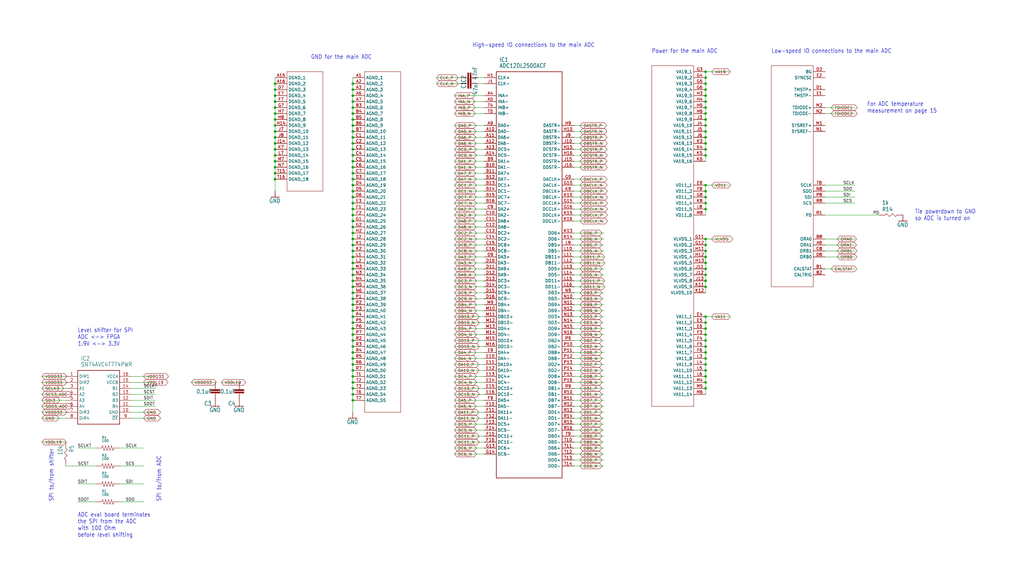
<source format=kicad_sch>
(kicad_sch (version 20231120) (generator "eeschema") (generator_version "8.0")
  (paper "User" 434.975 249.123)
  (junction (at 149.86 91.44))
  (junction (at 299.72 83.82))
  (junction (at 149.86 53.34))
  (junction (at 116.84 63.5))
  (junction (at 299.72 160.02))
  (junction (at 116.84 48.26))
  (junction (at 149.86 129.54))
  (junction (at 299.72 63.5))
  (junction (at 149.86 165.1))
  (junction (at 149.86 99.06))
  (junction (at 299.72 165.1))
  (junction (at 299.72 38.1))
  (junction (at 299.72 35.56))
  (junction (at 149.86 45.72))
  (junction (at 149.86 60.96))
  (junction (at 299.72 48.26))
  (junction (at 149.86 137.16))
  (junction (at 149.86 114.3))
  (junction (at 149.86 170.18))
  (junction (at 299.72 134.62))
  (junction (at 299.72 101.6))
  (junction (at 149.86 162.56))
  (junction (at 149.86 81.28))
  (junction (at 149.86 154.94))
  (junction (at 116.84 68.58))
  (junction (at 299.72 111.76))
  (junction (at 149.86 35.56))
  (junction (at 299.72 78.74))
  (junction (at 149.86 86.36))
  (junction (at 149.86 149.86))
  (junction (at 299.72 104.14))
  (junction (at 149.86 119.38))
  (junction (at 116.84 71.12))
  (junction (at 149.86 71.12))
  (junction (at 299.72 40.64))
  (junction (at 116.84 53.34))
  (junction (at 149.86 104.14))
  (junction (at 299.72 50.8))
  (junction (at 149.86 121.92))
  (junction (at 299.72 58.42))
  (junction (at 299.72 121.92))
  (junction (at 116.84 38.1))
  (junction (at 149.86 48.26))
  (junction (at 116.84 40.64))
  (junction (at 299.72 139.7))
  (junction (at 299.72 149.86))
  (junction (at 149.86 96.52))
  (junction (at 149.86 106.68))
  (junction (at 149.86 76.2))
  (junction (at 116.84 66.04))
  (junction (at 116.84 35.56))
  (junction (at 149.86 167.64))
  (junction (at 149.86 93.98))
  (junction (at 299.72 152.4))
  (junction (at 299.72 109.22))
  (junction (at 149.86 127))
  (junction (at 116.84 58.42))
  (junction (at 149.86 160.02))
  (junction (at 149.86 50.8))
  (junction (at 299.72 154.94))
  (junction (at 299.72 60.96))
  (junction (at 299.72 106.68))
  (junction (at 149.86 66.04))
  (junction (at 116.84 50.8))
  (junction (at 299.72 144.78))
  (junction (at 149.86 83.82))
  (junction (at 149.86 40.64))
  (junction (at 299.72 88.9))
  (junction (at 299.72 162.56))
  (junction (at 299.72 43.18))
  (junction (at 299.72 157.48))
  (junction (at 299.72 86.36))
  (junction (at 149.86 78.74))
  (junction (at 149.86 55.88))
  (junction (at 299.72 114.3))
  (junction (at 299.72 33.02))
  (junction (at 299.72 66.04))
  (junction (at 149.86 147.32))
  (junction (at 149.86 43.18))
  (junction (at 299.72 81.28))
  (junction (at 149.86 132.08))
  (junction (at 149.86 139.7))
  (junction (at 299.72 53.34))
  (junction (at 116.84 45.72))
  (junction (at 149.86 88.9))
  (junction (at 149.86 68.58))
  (junction (at 116.84 43.18))
  (junction (at 149.86 111.76))
  (junction (at 299.72 142.24))
  (junction (at 299.72 147.32))
  (junction (at 149.86 109.22))
  (junction (at 299.72 119.38))
  (junction (at 116.84 76.2))
  (junction (at 116.84 60.96))
  (junction (at 149.86 38.1))
  (junction (at 299.72 30.48))
  (junction (at 149.86 134.62))
  (junction (at 149.86 58.42))
  (junction (at 299.72 137.16))
  (junction (at 149.86 63.5))
  (junction (at 149.86 101.6))
  (junction (at 299.72 55.88))
  (junction (at 299.72 116.84))
  (junction (at 299.72 45.72))
  (junction (at 149.86 157.48))
  (junction (at 149.86 152.4))
  (junction (at 149.86 116.84))
  (junction (at 149.86 124.46))
  (junction (at 116.84 55.88))
  (junction (at 149.86 73.66))
  (junction (at 149.86 142.24))
  (junction (at 116.84 73.66))
  (junction (at 149.86 144.78))
  (wire (pts (xy 149.86 58.42) (xy 149.86 55.88)) (stroke (width 0.1524)))
  (wire (pts (xy 27.94 165.1) (xy 17.78 165.1)) (stroke (width 0.1524)))
  (wire (pts (xy 243.84 86.36) (xy 256.54 86.36)) (stroke (width 0.1524)))
  (wire (pts (xy 243.84 55.88) (xy 256.54 55.88)) (stroke (width 0.1524)))
  (wire (pts (xy 256.54 193.04) (xy 243.84 193.04)) (stroke (width 0.1524)))
  (wire (pts (xy 205.74 86.36) (xy 193.04 86.36)) (stroke (width 0.1524)))
  (wire (pts (xy 205.74 172.72) (xy 193.04 172.72)) (stroke (width 0.1524)))
  (wire (pts (xy 55.88 160.02) (xy 66.04 160.02)) (stroke (width 0.1524)))
  (wire (pts (xy 205.74 33.02) (xy 203.2 33.02)) (stroke (width 0.1524)))
  (wire (pts (xy 256.54 170.18) (xy 243.84 170.18)) (stroke (width 0.1524)))
  (wire (pts (xy 193.04 129.54) (xy 205.74 129.54)) (stroke (width 0.1524)))
  (wire (pts (xy 27.94 175.26) (xy 17.78 175.26)) (stroke (width 0.1524)))
  (wire (pts (xy 299.72 149.86) (xy 299.72 152.4)) (stroke (width 0.1524)))
  (wire (pts (xy 149.86 96.52) (xy 149.86 93.98)) (stroke (width 0.1524)))
  (wire (pts (xy 116.84 71.12) (xy 116.84 68.58)) (stroke (width 0.1524)))
  (wire (pts (xy 205.74 121.92) (xy 193.04 121.92)) (stroke (width 0.1524)))
  (wire (pts (xy 256.54 101.6) (xy 243.84 101.6)) (stroke (width 0.1524)))
  (wire (pts (xy 299.72 147.32) (xy 299.72 149.86)) (stroke (width 0.1524)))
  (wire (pts (xy 205.74 193.04) (xy 193.04 193.04)) (stroke (width 0.1524)))
  (wire (pts (xy 149.86 73.66) (xy 149.86 71.12)) (stroke (width 0.1524)))
  (wire (pts (xy 256.54 106.68) (xy 243.84 106.68)) (stroke (width 0.1524)))
  (wire (pts (xy 205.74 35.56) (xy 203.2 35.56)) (stroke (width 0.1524)))
  (wire (pts (xy 149.86 165.1) (xy 149.86 162.56)) (stroke (width 0.1524)))
  (wire (pts (xy 350.52 106.68) (xy 363.22 106.68)) (stroke (width 0.1524)))
  (wire (pts (xy 205.74 68.58) (xy 193.04 68.58)) (stroke (width 0.1524)))
  (wire (pts (xy 149.86 99.06) (xy 149.86 96.52)) (stroke (width 0.1524)))
  (wire (pts (xy 149.86 137.16) (xy 149.86 134.62)) (stroke (width 0.1524)))
  (wire (pts (xy 299.72 152.4) (xy 299.72 154.94)) (stroke (width 0.1524)))
  (wire (pts (xy 116.84 35.56) (xy 116.84 33.02)) (stroke (width 0.1524)))
  (wire (pts (xy 149.86 45.72) (xy 149.86 43.18)) (stroke (width 0.1524)))
  (wire (pts (xy 299.72 165.1) (xy 299.72 167.64)) (stroke (width 0.1524)))
  (wire (pts (xy 299.72 40.64) (xy 299.72 43.18)) (stroke (width 0.1524)))
  (wire (pts (xy 299.72 109.22) (xy 299.72 111.76)) (stroke (width 0.1524)))
  (wire (pts (xy 116.84 50.8) (xy 116.84 48.26)) (stroke (width 0.1524)))
  (wire (pts (xy 299.72 60.96) (xy 299.72 63.5)) (stroke (width 0.1524)))
  (wire (pts (xy 205.74 160.02) (xy 193.04 160.02)) (stroke (width 0.1524)))
  (wire (pts (xy 149.86 109.22) (xy 149.86 106.68)) (stroke (width 0.1524)))
  (wire (pts (xy 299.72 30.48) (xy 299.72 33.02)) (stroke (width 0.1524)))
  (wire (pts (xy 193.04 144.78) (xy 205.74 144.78)) (stroke (width 0.1524)))
  (wire (pts (xy 205.74 104.14) (xy 193.04 104.14)) (stroke (width 0.1524)))
  (wire (pts (xy 17.78 167.64) (xy 27.94 167.64)) (stroke (width 0.1524)))
  (wire (pts (xy 149.86 114.3) (xy 149.86 111.76)) (stroke (width 0.1524)))
  (wire (pts (xy 116.84 53.34) (xy 116.84 50.8)) (stroke (width 0.1524)))
  (wire (pts (xy 205.74 175.26) (xy 193.04 175.26)) (stroke (width 0.1524)))
  (wire (pts (xy 40.64 213.36) (xy 33.02 213.36)) (stroke (width 0.1524)))
  (wire (pts (xy 149.86 160.02) (xy 149.86 157.48)) (stroke (width 0.1524)))
  (wire (pts (xy 116.84 63.5) (xy 116.84 60.96)) (stroke (width 0.1524)))
  (wire (pts (xy 205.74 73.66) (xy 193.04 73.66)) (stroke (width 0.1524)))
  (wire (pts (xy 149.86 104.14) (xy 149.86 101.6)) (stroke (width 0.1524)))
  (wire (pts (xy 256.54 198.12) (xy 243.84 198.12)) (stroke (width 0.1524)))
  (wire (pts (xy 299.72 53.34) (xy 299.72 55.88)) (stroke (width 0.1524)))
  (wire (pts (xy 299.72 154.94) (xy 299.72 157.48)) (stroke (width 0.1524)))
  (wire (pts (xy 40.64 190.5) (xy 33.02 190.5)) (stroke (width 0.1524)))
  (wire (pts (xy 205.74 106.68) (xy 193.04 106.68)) (stroke (width 0.1524)))
  (wire (pts (xy 205.74 76.2) (xy 193.04 76.2)) (stroke (width 0.1524)))
  (wire (pts (xy 205.74 154.94) (xy 193.04 154.94)) (stroke (width 0.1524)))
  (wire (pts (xy 205.74 43.18) (xy 193.04 43.18)) (stroke (width 0.1524)))
  (wire (pts (xy 205.74 185.42) (xy 193.04 185.42)) (stroke (width 0.1524)))
  (wire (pts (xy 193.04 147.32) (xy 205.74 147.32)) (stroke (width 0.1524)))
  (wire (pts (xy 193.04 134.62) (xy 205.74 134.62)) (stroke (width 0.1524)))
  (wire (pts (xy 350.52 114.3) (xy 363.22 114.3)) (stroke (width 0.1524)))
  (wire (pts (xy 299.72 137.16) (xy 299.72 139.7)) (stroke (width 0.1524)))
  (wire (pts (xy 205.74 96.52) (xy 193.04 96.52)) (stroke (width 0.1524)))
  (wire (pts (xy 299.72 55.88) (xy 299.72 58.42)) (stroke (width 0.1524)))
  (wire (pts (xy 256.54 165.1) (xy 243.84 165.1)) (stroke (width 0.1524)))
  (wire (pts (xy 149.86 116.84) (xy 149.86 114.3)) (stroke (width 0.1524)))
  (wire (pts (xy 116.84 66.04) (xy 116.84 63.5)) (stroke (width 0.1524)))
  (wire (pts (xy 116.84 40.64) (xy 116.84 38.1)) (stroke (width 0.1524)))
  (wire (pts (xy 299.72 119.38) (xy 299.72 121.92)) (stroke (width 0.1524)))
  (wire (pts (xy 149.86 91.44) (xy 149.86 88.9)) (stroke (width 0.1524)))
  (wire (pts (xy 205.74 114.3) (xy 193.04 114.3)) (stroke (width 0.1524)))
  (wire (pts (xy 299.72 106.68) (xy 299.72 109.22)) (stroke (width 0.1524)))
  (wire (pts (xy 149.86 170.18) (xy 149.86 167.64)) (stroke (width 0.1524)))
  (wire (pts (xy 299.72 157.48) (xy 299.72 160.02)) (stroke (width 0.1524)))
  (wire (pts (xy 149.86 132.08) (xy 149.86 129.54)) (stroke (width 0.1524)))
  (wire (pts (xy 149.86 167.64) (xy 149.86 165.1)) (stroke (width 0.1524)))
  (wire (pts (xy 205.74 177.8) (xy 193.04 177.8)) (stroke (width 0.1524)))
  (wire (pts (xy 256.54 127) (xy 243.84 127)) (stroke (width 0.1524)))
  (wire (pts (xy 205.74 58.42) (xy 193.04 58.42)) (stroke (width 0.1524)))
  (wire (pts (xy 256.54 129.54) (xy 243.84 129.54)) (stroke (width 0.1524)))
  (wire (pts (xy 243.84 66.04) (xy 256.54 66.04)) (stroke (width 0.1524)))
  (wire (pts (xy 299.72 104.14) (xy 299.72 106.68)) (stroke (width 0.1524)))
  (wire (pts (xy 205.74 99.06) (xy 193.04 99.06)) (stroke (width 0.1524)))
  (wire (pts (xy 350.52 86.36) (xy 363.22 86.36)) (stroke (width 0.1524)))
  (wire (pts (xy 205.74 149.86) (xy 193.04 149.86)) (stroke (width 0.1524)))
  (wire (pts (xy 299.72 83.82) (xy 299.72 86.36)) (stroke (width 0.1524)))
  (wire (pts (xy 50.8 198.12) (xy 60.96 198.12)) (stroke (width 0.1524)))
  (wire (pts (xy 205.74 111.76) (xy 193.04 111.76)) (stroke (width 0.1524)))
  (wire (pts (xy 256.54 83.82) (xy 243.84 83.82)) (stroke (width 0.1524)))
  (wire (pts (xy 256.54 162.56) (xy 243.84 162.56)) (stroke (width 0.1524)))
  (wire (pts (xy 243.84 88.9) (xy 256.54 88.9)) (stroke (width 0.1524)))
  (wire (pts (xy 256.54 114.3) (xy 243.84 114.3)) (stroke (width 0.1524)))
  (wire (pts (xy 149.86 127) (xy 149.86 124.46)) (stroke (width 0.1524)))
  (wire (pts (xy 205.74 109.22) (xy 193.04 109.22)) (stroke (width 0.1524)))
  (wire (pts (xy 116.84 73.66) (xy 116.84 71.12)) (stroke (width 0.1524)))
  (wire (pts (xy 149.86 142.24) (xy 149.86 139.7)) (stroke (width 0.1524)))
  (wire (pts (xy 205.74 101.6) (xy 193.04 101.6)) (stroke (width 0.1524)))
  (wire (pts (xy 299.72 81.28) (xy 299.72 83.82)) (stroke (width 0.1524)))
  (wire (pts (xy 309.88 134.62) (xy 299.72 134.62)) (stroke (width 0.1524)))
  (wire (pts (xy 149.86 38.1) (xy 149.86 35.56)) (stroke (width 0.1524)))
  (wire (pts (xy 256.54 182.88) (xy 243.84 182.88)) (stroke (width 0.1524)))
  (wire (pts (xy 205.74 40.64) (xy 193.04 40.64)) (stroke (width 0.1524)))
  (wire (pts (xy 55.88 170.18) (xy 66.04 170.18)) (stroke (width 0.1524)))
  (wire (pts (xy 149.86 68.58) (xy 149.86 66.04)) (stroke (width 0.1524)))
  (wire (pts (xy 256.54 157.48) (xy 243.84 157.48)) (stroke (width 0.1524)))
  (wire (pts (xy 256.54 124.46) (xy 243.84 124.46)) (stroke (width 0.1524)))
  (wire (pts (xy 350.52 48.26) (xy 363.22 48.26)) (stroke (width 0.1524)))
  (wire (pts (xy 193.04 142.24) (xy 205.74 142.24)) (stroke (width 0.1524)))
  (wire (pts (xy 149.86 124.46) (xy 149.86 121.92)) (stroke (width 0.1524)))
  (wire (pts (xy 256.54 142.24) (xy 243.84 142.24)) (stroke (width 0.1524)))
  (wire (pts (xy 149.86 154.94) (xy 149.86 152.4)) (stroke (width 0.1524)))
  (wire (pts (xy 350.52 81.28) (xy 363.22 81.28)) (stroke (width 0.1524)))
  (wire (pts (xy 299.72 144.78) (xy 299.72 147.32)) (stroke (width 0.1524)))
  (wire (pts (xy 299.72 111.76) (xy 299.72 114.3)) (stroke (width 0.1524)))
  (wire (pts (xy 205.74 162.56) (xy 193.04 162.56)) (stroke (width 0.1524)))
  (wire (pts (xy 256.54 190.5) (xy 243.84 190.5)) (stroke (width 0.1524)))
  (wire (pts (xy 149.86 175.26) (xy 149.86 170.18)) (stroke (width 0.1524)))
  (wire (pts (xy 149.86 81.28) (xy 149.86 78.74)) (stroke (width 0.1524)))
  (wire (pts (xy 55.88 172.72) (xy 66.04 172.72)) (stroke (width 0.1524)))
  (wire (pts (xy 256.54 160.02) (xy 243.84 160.02)) (stroke (width 0.1524)))
  (wire (pts (xy 205.74 78.74) (xy 193.04 78.74)) (stroke (width 0.1524)))
  (wire (pts (xy 350.52 101.6) (xy 363.22 101.6)) (stroke (width 0.1524)))
  (wire (pts (xy 243.84 53.34) (xy 256.54 53.34)) (stroke (width 0.1524)))
  (wire (pts (xy 299.72 160.02) (xy 299.72 162.56)) (stroke (width 0.1524)))
  (wire (pts (xy 256.54 134.62) (xy 243.84 134.62)) (stroke (width 0.1524)))
  (wire (pts (xy 149.86 48.26) (xy 149.86 45.72)) (stroke (width 0.1524)))
  (wire (pts (xy 299.72 114.3) (xy 299.72 116.84)) (stroke (width 0.1524)))
  (wire (pts (xy 55.88 177.8) (xy 66.04 177.8)) (stroke (width 0.1524)))
  (wire (pts (xy 299.72 38.1) (xy 299.72 40.64)) (stroke (width 0.1524)))
  (wire (pts (xy 205.74 53.34) (xy 193.04 53.34)) (stroke (width 0.1524)))
  (wire (pts (xy 149.86 157.48) (xy 149.86 154.94)) (stroke (width 0.1524)))
  (wire (pts (xy 205.74 45.72) (xy 193.04 45.72)) (stroke (width 0.1524)))
  (wire (pts (xy 149.86 93.98) (xy 149.86 91.44)) (stroke (width 0.1524)))
  (wire (pts (xy 205.74 71.12) (xy 193.04 71.12)) (stroke (width 0.1524)))
  (wire (pts (xy 299.72 134.62) (xy 299.72 137.16)) (stroke (width 0.1524)))
  (wire (pts (xy 149.86 119.38) (xy 149.86 116.84)) (stroke (width 0.1524)))
  (wire (pts (xy 205.74 157.48) (xy 193.04 157.48)) (stroke (width 0.1524)))
  (wire (pts (xy 149.86 71.12) (xy 149.86 68.58)) (stroke (width 0.1524)))
  (wire (pts (xy 350.52 83.82) (xy 363.22 83.82)) (stroke (width 0.1524)))
  (wire (pts (xy 149.86 60.96) (xy 149.86 58.42)) (stroke (width 0.1524)))
  (wire (pts (xy 299.72 86.36) (xy 299.72 88.9)) (stroke (width 0.1524)))
  (wire (pts (xy 205.74 190.5) (xy 193.04 190.5)) (stroke (width 0.1524)))
  (wire (pts (xy 256.54 149.86) (xy 243.84 149.86)) (stroke (width 0.1524)))
  (wire (pts (xy 243.84 78.74) (xy 256.54 78.74)) (stroke (width 0.1524)))
  (wire (pts (xy 256.54 137.16) (xy 243.84 137.16)) (stroke (width 0.1524)))
  (wire (pts (xy 149.86 35.56) (xy 149.86 33.02)) (stroke (width 0.1524)))
  (wire (pts (xy 55.88 167.64) (xy 66.04 167.64)) (stroke (width 0.1524)))
  (wire (pts (xy 205.74 165.1) (xy 193.04 165.1)) (stroke (width 0.1524)))
  (wire (pts (xy 256.54 60.96) (xy 243.84 60.96)) (stroke (width 0.1524)))
  (wire (pts (xy 256.54 132.08) (xy 243.84 132.08)) (stroke (width 0.1524)))
  (wire (pts (xy 149.86 152.4) (xy 149.86 149.86)) (stroke (width 0.1524)))
  (wire (pts (xy 256.54 175.26) (xy 243.84 175.26)) (stroke (width 0.1524)))
  (wire (pts (xy 55.88 175.26) (xy 66.04 175.26)) (stroke (width 0.1524)))
  (wire (pts (xy 91.44 162.56) (xy 81.28 162.56)) (stroke (width 0.1524)))
  (wire (pts (xy 205.74 127) (xy 193.04 127)) (stroke (width 0.1524)))
  (wire (pts (xy 205.74 60.96) (xy 193.04 60.96)) (stroke (width 0.1524)))
  (wire (pts (xy 256.54 121.92) (xy 243.84 121.92)) (stroke (width 0.1524)))
  (wire (pts (xy 299.72 88.9) (xy 299.72 91.44)) (stroke (width 0.1524)))
  (wire (pts (xy 299.72 78.74) (xy 299.72 81.28)) (stroke (width 0.1524)))
  (wire (pts (xy 116.84 81.28) (xy 116.84 76.2)) (stroke (width 0.1524)))
  (wire (pts (xy 256.54 154.94) (xy 243.84 154.94)) (stroke (width 0.1524)))
  (wire (pts (xy 205.74 55.88) (xy 193.04 55.88)) (stroke (width 0.1524)))
  (wire (pts (xy 205.74 119.38) (xy 193.04 119.38)) (stroke (width 0.1524)))
  (wire (pts (xy 149.86 43.18) (xy 149.86 40.64)) (stroke (width 0.1524)))
  (wire (pts (xy 256.54 187.96) (xy 243.84 187.96)) (stroke (width 0.1524)))
  (wire (pts (xy 350.52 109.22) (xy 363.22 109.22)) (stroke (width 0.1524)))
  (wire (pts (xy 149.86 134.62) (xy 149.86 132.08)) (stroke (width 0.1524)))
  (wire (pts (xy 256.54 71.12) (xy 243.84 71.12)) (stroke (width 0.1524)))
  (wire (pts (xy 205.74 63.5) (xy 193.04 63.5)) (stroke (width 0.1524)))
  (wire (pts (xy 299.72 121.92) (xy 299.72 124.46)) (stroke (width 0.1524)))
  (wire (pts (xy 149.86 86.36) (xy 149.86 83.82)) (stroke (width 0.1524)))
  (wire (pts (xy 299.72 66.04) (xy 299.72 68.58)) (stroke (width 0.1524)))
  (wire (pts (xy 350.52 78.74) (xy 363.22 78.74)) (stroke (width 0.1524)))
  (wire (pts (xy 256.54 116.84) (xy 243.84 116.84)) (stroke (width 0.1524)))
  (wire (pts (xy 256.54 104.14) (xy 243.84 104.14)) (stroke (width 0.1524)))
  (wire (pts (xy 149.86 55.88) (xy 149.86 53.34)) (stroke (width 0.1524)))
  (wire (pts (xy 256.54 91.44) (xy 243.84 91.44)) (stroke (width 0.1524)))
  (wire (pts (xy 256.54 144.78) (xy 243.84 144.78)) (stroke (width 0.1524)))
  (wire (pts (xy 243.84 76.2) (xy 256.54 76.2)) (stroke (width 0.1524)))
  (wire (pts (xy 205.74 152.4) (xy 193.04 152.4)) (stroke (width 0.1524)))
  (wire (pts (xy 55.88 162.56) (xy 66.04 162.56)) (stroke (width 0.1524)))
  (wire (pts (xy 309.88 78.74) (xy 299.72 78.74)) (stroke (width 0.1524)))
  (wire (pts (xy 116.84 45.72) (xy 116.84 43.18)) (stroke (width 0.1524)))
  (wire (pts (xy 149.86 66.04) (xy 149.86 63.5)) (stroke (width 0.1524)))
  (wire (pts (xy 350.52 45.72) (xy 363.22 45.72)) (stroke (width 0.1524)))
  (wire (pts (xy 27.94 177.8) (xy 17.78 177.8)) (stroke (width 0.1524)))
  (wire (pts (xy 116.84 43.18) (xy 116.84 40.64)) (stroke (width 0.1524)))
  (wire (pts (xy 299.72 116.84) (xy 299.72 119.38)) (stroke (width 0.1524)))
  (wire (pts (xy 149.86 121.92) (xy 149.86 119.38)) (stroke (width 0.1524)))
  (wire (pts (xy 55.88 165.1) (xy 66.04 165.1)) (stroke (width 0.1524)))
  (wire (pts (xy 256.54 185.42) (xy 243.84 185.42)) (stroke (width 0.1524)))
  (wire (pts (xy 205.74 187.96) (xy 193.04 187.96)) (stroke (width 0.1524)))
  (wire (pts (xy 40.64 205.74) (xy 33.02 205.74)) (stroke (width 0.1524)))
  (wire (pts (xy 205.74 66.04) (xy 193.04 66.04)) (stroke (width 0.1524)))
  (wire (pts (xy 256.54 172.72) (xy 243.84 172.72)) (stroke (width 0.1524)))
  (wire (pts (xy 116.84 48.26) (xy 116.84 45.72)) (stroke (width 0.1524)))
  (wire (pts (xy 299.72 58.42) (xy 299.72 60.96)) (stroke (width 0.1524)))
  (wire (pts (xy 299.72 33.02) (xy 299.72 35.56)) (stroke (width 0.1524)))
  (wire (pts (xy 149.86 88.9) (xy 149.86 86.36)) (stroke (width 0.1524)))
  (wire (pts (xy 27.94 187.96) (xy 17.78 187.96)) (stroke (width 0.1524)))
  (wire (pts (xy 256.54 111.76) (xy 243.84 111.76)) (stroke (width 0.1524)))
  (wire (pts (xy 116.84 76.2) (xy 116.84 73.66)) (stroke (width 0.1524)))
  (wire (pts (xy 149.86 129.54) (xy 149.86 127)) (stroke (width 0.1524)))
  (wire (pts (xy 149.86 149.86) (xy 149.86 147.32)) (stroke (width 0.1524)))
  (wire (pts (xy 299.72 50.8) (xy 299.72 53.34)) (stroke (width 0.1524)))
  (wire (pts (xy 256.54 109.22) (xy 243.84 109.22)) (stroke (width 0.1524)))
  (wire (pts (xy 27.94 162.56) (xy 17.78 162.56)) (stroke (width 0.1524)))
  (wire (pts (xy 299.72 48.26) (xy 299.72 50.8)) (stroke (width 0.1524)))
  (wire (pts (xy 195.58 35.56) (xy 185.42 35.56)) (stroke (width 0.1524)))
  (wire (pts (xy 299.72 35.56) (xy 299.72 38.1)) (stroke (width 0.1524)))
  (wire (pts (xy 205.74 182.88) (xy 193.04 182.88)) (stroke (width 0.1524)))
  (wire (pts (xy 149.86 162.56) (xy 149.86 160.02)) (stroke (width 0.1524)))
  (wire (pts (xy 205.74 116.84) (xy 193.04 116.84)) (stroke (width 0.1524)))
  (wire (pts (xy 116.84 55.88) (xy 116.84 53.34)) (stroke (width 0.1524)))
  (wire (pts (xy 149.86 83.82) (xy 149.86 81.28)) (stroke (width 0.1524)))
  (wire (pts (xy 50.8 190.5) (xy 60.96 190.5)) (stroke (width 0.1524)))
  (wire (pts (xy 116.84 38.1) (xy 116.84 35.56)) (stroke (width 0.1524)))
  (wire (pts (xy 350.52 104.14) (xy 363.22 104.14)) (stroke (width 0.1524)))
  (wire (pts (xy 27.94 160.02) (xy 17.78 160.02)) (stroke (width 0.1524)))
  (wire (pts (xy 193.04 137.16) (xy 205.74 137.16)) (stroke (width 0.1524)))
  (wire (pts (xy 256.54 58.42) (xy 243.84 58.42)) (stroke (width 0.1524)))
  (wire (pts (xy 256.54 152.4) (xy 243.84 152.4)) (stroke (width 0.1524)))
  (wire (pts (xy 205.74 48.26) (xy 193.04 48.26)) (stroke (width 0.1524)))
  (wire (pts (xy 50.8 205.74) (xy 60.96 205.74)) (stroke (width 0.1524)))
  (wire (pts (xy 205.74 81.28) (xy 193.04 81.28)) (stroke (width 0.1524)))
  (wire (pts (xy 50.8 213.36) (xy 60.96 213.36)) (stroke (width 0.1524)))
  (wire (pts (xy 40.64 198.12) (xy 27.94 198.12)) (stroke (width 0.1524)))
  (wire (pts (xy 205.74 91.44) (xy 193.04 91.44)) (stroke (width 0.1524)))
  (wire (pts (xy 299.72 142.24) (xy 299.72 144.78)) (stroke (width 0.1524)))
  (wire (pts (xy 193.04 132.08) (xy 205.74 132.08)) (stroke (width 0.1524)))
  (wire (pts (xy 256.54 195.58) (xy 243.84 195.58)) (stroke (width 0.1524)))
  (wire (pts (xy 149.86 144.78) (xy 149.86 142.24)) (stroke (width 0.1524)))
  (wire (pts (xy 243.84 63.5) (xy 256.54 63.5)) (stroke (width 0.1524)))
  (wire (pts (xy 149.86 78.74) (xy 149.86 76.2)) (stroke (width 0.1524)))
  (wire (pts (xy 256.54 167.64) (xy 243.84 167.64)) (stroke (width 0.1524)))
  (wire (pts (xy 299.72 101.6) (xy 309.88 101.6)) (stroke (width 0.1524)))
  (wire (pts (xy 27.94 170.18) (xy 17.78 170.18)) (stroke (width 0.1524)))
  (wire (pts (xy 116.84 60.96) (xy 116.84 58.42)) (stroke (width 0.1524)))
  (wire (pts (xy 149.86 63.5) (xy 149.86 60.96)) (stroke (width 0.1524)))
  (wire (pts (xy 205.74 170.18) (xy 193.04 170.18)) (stroke (width 0.1524)))
  (wire (pts (xy 299.72 45.72) (xy 299.72 48.26)) (stroke (width 0.1524)))
  (wire (pts (xy 256.54 177.8) (xy 243.84 177.8)) (stroke (width 0.1524)))
  (wire (pts (xy 205.74 180.34) (xy 193.04 180.34)) (stroke (width 0.1524)))
  (wire (pts (xy 205.74 167.64) (xy 193.04 167.64)) (stroke (width 0.1524)))
  (wire (pts (xy 149.86 101.6) (xy 149.86 99.06)) (stroke (width 0.1524)))
  (wire (pts (xy 256.54 147.32) (xy 243.84 147.32)) (stroke (width 0.1524)))
  (wire (pts (xy 149.86 76.2) (xy 149.86 73.66)) (stroke (width 0.1524)))
  (wire (pts (xy 299.72 139.7) (xy 299.72 142.24)) (stroke (width 0.1524)))
  (wire (pts (xy 309.88 30.48) (xy 299.72 30.48)) (stroke (width 0.1524)))
  (wire (pts (xy 299.72 43.18) (xy 299.72 45.72)) (stroke (width 0.1524)))
  (wire (pts (xy 149.86 53.34) (xy 149.86 50.8)) (stroke (width 0.1524)))
  (wire (pts (xy 205.74 93.98) (xy 193.04 93.98)) (stroke (width 0.1524)))
  (wire (pts (xy 195.58 33.02) (xy 185.42 33.02)) (stroke (width 0.1524)))
  (wire (pts (xy 256.54 93.98) (xy 243.84 93.98)) (stroke (width 0.1524)))
  (wire (pts (xy 205.74 83.82) (xy 193.04 83.82)) (stroke (width 0.1524)))
  (wire (pts (xy 256.54 68.58) (xy 243.84 68.58)) (stroke (width 0.1524)))
  (wire (pts (xy 101.6 162.56) (xy 93.98 162.56)) (stroke (width 0.1524)))
  (wire (pts (xy 149.86 40.64) (xy 149.86 38.1)) (stroke (width 0.1524)))
  (wire (pts (xy 205.74 88.9) (xy 193.04 88.9)) (stroke (width 0.1524)))
  (wire (pts (xy 299.72 63.5) (xy 299.72 66.04)) (stroke (width 0.1524)))
  (wire (pts (xy 256.54 180.34) (xy 243.84 180.34)) (stroke (width 0.1524)))
  (wire (pts (xy 149.86 50.8) (xy 149.86 48.26)) (stroke (width 0.1524)))
  (wire (pts (xy 256.54 119.38) (xy 243.84 119.38)) (stroke (width 0.1524)))
  (wire (pts (xy 256.54 99.06) (xy 243.84 99.06)) (stroke (width 0.1524)))
  (wire (pts (xy 205.74 124.46) (xy 193.04 124.46)) (stroke (width 0.1524)))
  (wire (pts (xy 149.86 139.7) (xy 149.86 137.16)) (stroke (width 0.1524)))
  (wire (pts (xy 149.86 111.76) (xy 149.86 109.22)) (stroke (width 0.1524)))
  (wire (pts (xy 256.54 139.7) (xy 243.84 139.7)) (stroke (width 0.1524)))
  (wire (pts (xy 350.52 91.44) (xy 373.38 91.44)) (stroke (width 0.1524)))
  (wire (pts (xy 116.84 58.42) (xy 116.84 55.88)) (stroke (width 0.1524)))
  (wire (pts (xy 256.54 81.28) (xy 243.84 81.28)) (stroke (width 0.1524)))
  (wire (pts (xy 116.84 68.58) (xy 116.84 66.04)) (stroke (width 0.1524)))
  (wire (pts (xy 299.72 162.56) (xy 299.72 165.1)) (stroke (width 0.1524)))
  (wire (pts (xy 149.86 106.68) (xy 149.86 104.14)) (stroke (width 0.1524)))
  (wire (pts (xy 149.86 147.32) (xy 149.86 144.78)) (stroke (width 0.1524)))
  (wire (pts (xy 193.04 139.7) (xy 205.74 139.7)) (stroke (width 0.1524)))
  (wire (pts (xy 17.78 172.72) (xy 27.94 172.72)) (stroke (width 0.1524)))
  (wire (pts (xy 299.72 101.6) (xy 299.72 104.14)) (stroke (width 0.1524)))
  (text "Tie powerdown to GND\nso ADC is turned on" (at 388.62 93.98 0) (effects (font (size 1.778 1.5113)) (justify left bottom)))
  (text "ADC eval board terminates\nthe SPI from the ADC\nwith 100 Ohm\nbefore level shifting" (at 33.02 228.6 0) (effects (font (size 1.778 1.5113)) (justify left bottom)))
  (text "High-speed IO connections to the main ADC" (at 200.66 20.32 0) (effects (font (size 1.778 1.5113)) (justify left bottom)))
  (text "For ADC temperature\nmeasurement on page 15" (at 368.3 48.26 0) (effects (font (size 1.778 1.5113)) (justify left bottom)))
  (text "SPI to/from shifter" (at 22.86 213.36 90) (effects (font (size 1.778 1.5113)) (justify left bottom)))
  (text "Level shifter for SPI\nADC <-> FPGA\n1.9V <-> 3.3V" (at 33.02 147.32 0) (effects (font (size 1.778 1.5113)) (justify left bottom)))
  (text "GND for the main ADC" (at 132.08 25.4 0) (effects (font (size 1.778 1.5113)) (justify left bottom)))
  (text "SPI to/from ADC" (at 68.58 213.36 90) (effects (font (size 1.778 1.5113)) (justify left bottom)))
  (text "Power for the main ADC" (at 276.86 22.86 0) (effects (font (size 1.778 1.5113)) (justify left bottom)))
  (text "Low-speed IO connections to the main ADC" (at 327.66 22.86 0) (effects (font (size 1.778 1.5113)) (justify left bottom)))
  (label "SCLKT" (at 33.02 190.5 0) (effects (font (size 1.2446 1.2446))))
  (label "SCLK" (at 53.34 190.5 0) (effects (font (size 1.2446 1.2446))))
  (label "SDIT" (at 33.02 205.74 0) (effects (font (size 1.2446 1.2446))))
  (label "SCST" (at 33.02 198.12 0) (effects (font (size 1.2446 1.2446))))
  (label "PD" (at 370.84 91.44 0) (effects (font (size 1.2446 1.2446))))
  (label "SDOT" (at 60.96 172.72 0) (effects (font (size 1.2446 1.2446))))
  (label "SCS" (at 53.34 198.12 0) (effects (font (size 1.2446 1.2446))))
  (label "SCLKT" (at 60.96 165.1 0) (effects (font (size 1.2446 1.2446))))
  (label "SCST" (at 60.96 167.64 0) (effects (font (size 1.2446 1.2446))))
  (label "SDO" (at 53.34 213.36 0) (effects (font (size 1.2446 1.2446))))
  (label "SCLK" (at 358.14 78.74 0) (effects (font (size 1.2446 1.2446))))
  (label "SDI" (at 358.14 83.82 0) (effects (font (size 1.2446 1.2446))))
  (label "SDO" (at 358.14 81.28 0) (effects (font (size 1.2446 1.2446))))
  (label "SCS" (at 358.14 86.36 0) (effects (font (size 1.2446 1.2446))))
  (label "SDI" (at 53.34 205.74 0) (effects (font (size 1.2446 1.2446))))
  (label "SDIT" (at 60.96 170.18 0) (effects (font (size 1.2446 1.2446))))
  (label "SDOT" (at 33.02 213.36 0) (effects (font (size 1.2446 1.2446))))
  (global_label "DA2_P" (shape bidirectional) (at 193.04 88.9 0) (effects (font (size 1.2446 1.2446))) (property "Intersheetrefs" "${INTERSHEET_REFS}" (effects (hide yes))))
  (global_label "VDDD33" (shape bidirectional) (at 17.78 160.02 0) (effects (font (size 1.2446 1.2446))) (property "Intersheetrefs" "${INTERSHEET_REFS}" (effects (hide yes))))
  (global_label "DA10_P" (shape bidirectional) (at 193.04 154.94 0) (effects (font (size 1.2446 1.2446))) (property "Intersheetrefs" "${INTERSHEET_REFS}" (effects (hide yes))))
  (global_label "DACLK_N" (shape bidirectional) (at 246.38 78.74 0) (effects (font (size 1.2446 1.2446))) (property "Intersheetrefs" "${INTERSHEET_REFS}" (effects (hide yes))))
  (global_label "DB5_N" (shape bidirectional) (at 246.38 106.68 0) (effects (font (size 1.2446 1.2446))) (property "Intersheetrefs" "${INTERSHEET_REFS}" (effects (hide yes))))
  (global_label "DB0_N" (shape bidirectional) (at 246.38 187.96 0) (effects (font (size 1.2446 1.2446))) (property "Intersheetrefs" "${INTERSHEET_REFS}" (effects (hide yes))))
  (global_label "DACLK_P" (shape bidirectional) (at 246.38 76.2 0) (effects (font (size 1.2446 1.2446))) (property "Intersheetrefs" "${INTERSHEET_REFS}" (effects (hide yes))))
  (global_label "INA_P" (shape bidirectional) (at 193.04 40.64 0) (effects (font (size 1.2446 1.2446))) (property "Intersheetrefs" "${INTERSHEET_REFS}" (effects (hide yes))))
  (global_label "VDDL19" (shape bidirectional) (at 17.78 187.96 0) (effects (font (size 1.2446 1.2446))) (property "Intersheetrefs" "${INTERSHEET_REFS}" (effects (hide yes))))
  (global_label "VDDD33" (shape bidirectional) (at 17.78 175.26 0) (effects (font (size 1.2446 1.2446))) (property "Intersheetrefs" "${INTERSHEET_REFS}" (effects (hide yes))))
  (global_label "DC0_P" (shape bidirectional) (at 193.04 63.5 0) (effects (font (size 1.2446 1.2446))) (property "Intersheetrefs" "${INTERSHEET_REFS}" (effects (hide yes))))
  (global_label "DASTR_P" (shape bidirectional) (at 246.38 53.34 0) (effects (font (size 1.2446 1.2446))) (property "Intersheetrefs" "${INTERSHEET_REFS}" (effects (hide yes))))
  (global_label "DB11_N" (shape bidirectional) (at 246.38 111.76 0) (effects (font (size 1.2446 1.2446))) (property "Intersheetrefs" "${INTERSHEET_REFS}" (effects (hide yes))))
  (global_label "VA19" (shape bidirectional) (at 302.26 30.48 0) (effects (font (size 1.2446 1.2446))) (property "Intersheetrefs" "${INTERSHEET_REFS}" (effects (hide yes))))
  (global_label "DA6_N" (shape bidirectional) (at 193.04 60.96 0) (effects (font (size 1.2446 1.2446))) (property "Intersheetrefs" "${INTERSHEET_REFS}" (effects (hide yes))))
  (global_label "DC3_N" (shape bidirectional) (at 193.04 121.92 0) (effects (font (size 1.2446 1.2446))) (property "Intersheetrefs" "${INTERSHEET_REFS}" (effects (hide yes))))
  (global_label "ORB1" (shape bidirectional) (at 355.6 106.68 0) (effects (font (size 1.2446 1.2446))) (property "Intersheetrefs" "${INTERSHEET_REFS}" (effects (hide yes))))
  (global_label "DD10_P" (shape bidirectional) (at 193.04 144.78 0) (effects (font (size 1.2446 1.2446))) (property "Intersheetrefs" "${INTERSHEET_REFS}" (effects (hide yes))))
  (global_label "DB3_P" (shape bidirectional) (at 246.38 124.46 0) (effects (font (size 1.2446 1.2446))) (property "Intersheetrefs" "${INTERSHEET_REFS}" (effects (hide yes))))
  (global_label "DD7_N" (shape bidirectional) (at 246.38 182.88 0) (effects (font (size 1.2446 1.2446))) (property "Intersheetrefs" "${INTERSHEET_REFS}" (effects (hide yes))))
  (global_label "DD0_P" (shape bidirectional) (at 246.38 195.58 0) (effects (font (size 1.2446 1.2446))) (property "Intersheetrefs" "${INTERSHEET_REFS}" (effects (hide yes))))
  (global_label "DB1_P" (shape bidirectional) (at 246.38 165.1 0) (effects (font (size 1.2446 1.2446))) (property "Intersheetrefs" "${INTERSHEET_REFS}" (effects (hide yes))))
  (global_label "DB7_P" (shape bidirectional) (at 246.38 170.18 0) (effects (font (size 1.2446 1.2446))) (property "Intersheetrefs" "${INTERSHEET_REFS}" (effects (hide yes))))
  (global_label "DD9_P" (shape bidirectional) (at 246.38 139.7 0) (effects (font (size 1.2446 1.2446))) (property "Intersheetrefs" "${INTERSHEET_REFS}" (effects (hide yes))))
  (global_label "CALSTAT" (shape bidirectional) (at 353.06 114.3 0) (effects (font (size 1.2446 1.2446))) (property "Intersheetrefs" "${INTERSHEET_REFS}" (effects (hide yes))))
  (global_label "ORB0" (shape bidirectional) (at 355.6 109.22 0) (effects (font (size 1.2446 1.2446))) (property "Intersheetrefs" "${INTERSHEET_REFS}" (effects (hide yes))))
  (global_label "DB8_P" (shape bidirectional) (at 246.38 149.86 0) (effects (font (size 1.2446 1.2446))) (property "Intersheetrefs" "${INTERSHEET_REFS}" (effects (hide yes))))
  (global_label "DA1_N" (shape bidirectional) (at 193.04 71.12 0) (effects (font (size 1.2446 1.2446))) (property "Intersheetrefs" "${INTERSHEET_REFS}" (effects (hide yes))))
  (global_label "INA_N" (shape bidirectional) (at 193.04 43.18 0) (effects (font (size 1.2446 1.2446))) (property "Intersheetrefs" "${INTERSHEET_REFS}" (effects (hide yes))))
  (global_label "DB1_N" (shape bidirectional) (at 246.38 167.64 0) (effects (font (size 1.2446 1.2446))) (property "Intersheetrefs" "${INTERSHEET_REFS}" (effects (hide yes))))
  (global_label "DD6_N" (shape bidirectional) (at 246.38 101.6 0) (effects (font (size 1.2446 1.2446))) (property "Intersheetrefs" "${INTERSHEET_REFS}" (effects (hide yes))))
  (global_label "DA3_P" (shape bidirectional) (at 193.04 109.22 0) (effects (font (size 1.2446 1.2446))) (property "Intersheetrefs" "${INTERSHEET_REFS}" (effects (hide yes))))
  (global_label "DC7_N" (shape bidirectional) (at 193.04 86.36 0) (effects (font (size 1.2446 1.2446))) (property "Intersheetrefs" "${INTERSHEET_REFS}" (effects (hide yes))))
  (global_label "DC1_P" (shape bidirectional) (at 193.04 78.74 0) (effects (font (size 1.2446 1.2446))) (property "Intersheetrefs" "${INTERSHEET_REFS}" (effects (hide yes))))
  (global_label "DB0_P" (shape bidirectional) (at 246.38 185.42 0) (effects (font (size 1.2446 1.2446))) (property "Intersheetrefs" "${INTERSHEET_REFS}" (effects (hide yes))))
  (global_label "DA6_P" (shape bidirectional) (at 193.04 58.42 0) (effects (font (size 1.2446 1.2446))) (property "Intersheetrefs" "${INTERSHEET_REFS}" (effects (hide yes))))
  (global_label "TDIODE2" (shape bidirectional) (at 353.06 48.26 0) (effects (font (size 1.2446 1.2446))) (property "Intersheetrefs" "${INTERSHEET_REFS}" (effects (hide yes))))
  (global_label "DB7_N" (shape bidirectional) (at 246.38 172.72 0) (effects (font (size 1.2446 1.2446))) (property "Intersheetrefs" "${INTERSHEET_REFS}" (effects (hide yes))))
  (global_label "DB4_N" (shape bidirectional) (at 193.04 132.08 0) (effects (font (size 1.2446 1.2446))) (property "Intersheetrefs" "${INTERSHEET_REFS}" (effects (hide yes))))
  (global_label "DA7_N" (shape bidirectional) (at 193.04 76.2 0) (effects (font (size 1.2446 1.2446))) (property "Intersheetrefs" "${INTERSHEET_REFS}" (effects (hide yes))))
  (global_label "DD1_N" (shape bidirectional) (at 246.38 177.8 0) (effects (font (size 1.2446 1.2446))) (property "Intersheetrefs" "${INTERSHEET_REFS}" (effects (hide yes))))
  (global_label "DCSTR_P" (shape bidirectional) (at 246.38 63.5 0) (effects (font (size 1.2446 1.2446))) (property "Intersheetrefs" "${INTERSHEET_REFS}" (effects (hide yes))))
  (global_label "DC10_N" (shape bidirectional) (at 193.04 167.64 0) (effects (font (size 1.2446 1.2446))) (property "Intersheetrefs" "${INTERSHEET_REFS}" (effects (hide yes))))
  (global_label "DB6_N" (shape bidirectional) (at 246.38 193.04 0) (effects (font (size 1.2446 1.2446))) (property "Intersheetrefs" "${INTERSHEET_REFS}" (effects (hide yes))))
  (global_label "DD10_N" (shape bidirectional) (at 193.04 147.32 0) (effects (font (size 1.2446 1.2446))) (property "Intersheetrefs" "${INTERSHEET_REFS}" (effects (hide yes))))
  (global_label "DB4_P" (shape bidirectional) (at 193.04 129.54 0) (effects (font (size 1.2446 1.2446))) (property "Intersheetrefs" "${INTERSHEET_REFS}" (effects (hide yes))))
  (global_label "DA8_P" (shape bidirectional) (at 193.04 93.98 0) (effects (font (size 1.2446 1.2446))) (property "Intersheetrefs" "${INTERSHEET_REFS}" (effects (hide yes))))
  (global_label "VDDL19" (shape bidirectional) (at 93.98 162.56 0) (effects (font (size 1.2446 1.2446))) (property "Intersheetrefs" "${INTERSHEET_REFS}" (effects (hide yes))))
  (global_label "DA5_P" (shape bidirectional) (at 193.04 170.18 0) (effects (font (size 1.2446 1.2446))) (property "Intersheetrefs" "${INTERSHEET_REFS}" (effects (hide yes))))
  (global_label "DBCLK_N" (shape bidirectional) (at 246.38 83.82 0) (effects (font (size 1.2446 1.2446))) (property "Intersheetrefs" "${INTERSHEET_REFS}" (effects (hide yes))))
  (global_label "GND" (shape bidirectional) (at 17.78 177.8 0) (effects (font (size 1.2446 1.2446))) (property "Intersheetrefs" "${INTERSHEET_REFS}" (effects (hide yes))))
  (global_label "DA4_N" (shape bidirectional) (at 193.04 152.4 0) (effects (font (size 1.2446 1.2446))) (property "Intersheetrefs" "${INTERSHEET_REFS}" (effects (hide yes))))
  (global_label "SDI3" (shape bidirectional) (at 17.78 170.18 0) (effects (font (size 1.2446 1.2446))) (property "Intersheetrefs" "${INTERSHEET_REFS}" (effects (hide yes))))
  (global_label "DD7_P" (shape bidirectional) (at 246.38 180.34 0) (effects (font (size 1.2446 1.2446))) (property "Intersheetrefs" "${INTERSHEET_REFS}" (effects (hide yes))))
  (global_label "DD5_N" (shape bidirectional) (at 246.38 116.84 0) (effects (font (size 1.2446 1.2446))) (property "Intersheetrefs" "${INTERSHEET_REFS}" (effects (hide yes))))
  (global_label "VD11" (shape bidirectional) (at 302.26 78.74 0) (effects (font (size 1.2446 1.2446))) (property "Intersheetrefs" "${INTERSHEET_REFS}" (effects (hide yes))))
  (global_label "DC11_P" (shape bidirectional) (at 193.04 185.42 0) (effects (font (size 1.2446 1.2446))) (property "Intersheetrefs" "${INTERSHEET_REFS}" (effects (hide yes))))
  (global_label "VDDD33" (shape bidirectional) (at 17.78 162.56 0) (effects (font (size 1.2446 1.2446))) (property "Intersheetrefs" "${INTERSHEET_REFS}" (effects (hide yes))))
  (global_label "DBCLK_P" (shape bidirectional) (at 246.38 81.28 0) (effects (font (size 1.2446 1.2446))) (property "Intersheetrefs" "${INTERSHEET_REFS}" (effects (hide yes))))
  (global_label "DA11_P" (shape bidirectional) (at 193.04 175.26 0) (effects (font (size 1.2446 1.2446))) (property "Intersheetrefs" "${INTERSHEET_REFS}" (effects (hide yes))))
  (global_label "DD0_N" (shape bidirectional) (at 246.38 198.12 0) (effects (font (size 1.2446 1.2446))) (property "Intersheetrefs" "${INTERSHEET_REFS}" (effects (hide yes))))
  (global_label "VDDD33" (shape bidirectional) (at 81.28 162.56 0) (effects (font (size 1.2446 1.2446))) (property "Intersheetrefs" "${INTERSHEET_REFS}" (effects (hide yes))))
  (global_label "DBSTR_P" (shape bidirectional) (at 246.38 58.42 0) (effects (font (size 1.2446 1.2446))) (property "Intersheetrefs" "${INTERSHEET_REFS}" (effects (hide yes))))
  (global_label "DC5_P" (shape bidirectional) (at 193.04 180.34 0) (effects (font (size 1.2446 1.2446))) (property "Intersheetrefs" "${INTERSHEET_REFS}" (effects (hide yes))))
  (global_label "GND" (shape bidirectional) (at 60.96 177.8 0) (effects (font (size 1.2446 1.2446))) (property "Intersheetrefs" "${INTERSHEET_REFS}" (effects (hide yes))))
  (global_label "DB2_P" (shape bidirectional) (at 246.38 144.78 0) (effects (font (size 1.2446 1.2446))) (property "Intersheetrefs" "${INTERSHEET_REFS}" (effects (hide yes))))
  (global_label "TDIODE1" (shape bidirectional) (at 353.06 45.72 0) (effects (font (size 1.2446 1.2446))) (property "Intersheetrefs" "${INTERSHEET_REFS}" (effects (hide yes))))
  (global_label "VLVDS" (shape bidirectional) (at 302.26 101.6 0) (effects (font (size 1.2446 1.2446))) (property "Intersheetrefs" "${INTERSHEET_REFS}" (effects (hide yes))))
  (global_label "DB2_N" (shape bidirectional) (at 246.38 147.32 0) (effects (font (size 1.2446 1.2446))) (property "Intersheetrefs" "${INTERSHEET_REFS}" (effects (hide yes))))
  (global_label "DD9_N" (shape bidirectional) (at 246.38 142.24 0) (effects (font (size 1.2446 1.2446))) (property "Intersheetrefs" "${INTERSHEET_REFS}" (effects (hide yes))))
  (global_label "DC3_P" (shape bidirectional) (at 193.04 119.38 0) (effects (font (size 1.2446 1.2446))) (property "Intersheetrefs" "${INTERSHEET_REFS}" (effects (hide yes))))
  (global_label "DC1_N" (shape bidirectional) (at 193.04 81.28 0) (effects (font (size 1.2446 1.2446))) (property "Intersheetrefs" "${INTERSHEET_REFS}" (effects (hide yes))))
  (global_label "INB_N" (shape bidirectional) (at 193.04 48.26 0) (effects (font (size 1.2446 1.2446))) (property "Intersheetrefs" "${INTERSHEET_REFS}" (effects (hide yes))))
  (global_label "DD1_P" (shape bidirectional) (at 246.38 175.26 0) (effects (font (size 1.2446 1.2446))) (property "Intersheetrefs" "${INTERSHEET_REFS}" (effects (hide yes))))
  (global_label "GND" (shape bidirectional) (at 60.96 175.26 0) (effects (font (size 1.2446 1.2446))) (property "Intersheetrefs" "${INTERSHEET_REFS}" (effects (hide yes))))
  (global_label "DC6_P" (shape bidirectional) (at 193.04 190.5 0) (effects (font (size 1.2446 1.2446))) (property "Intersheetrefs" "${INTERSHEET_REFS}" (effects (hide yes))))
  (global_label "DC7_P" (shape bidirectional) (at 193.04 83.82 0) (effects (font (size 1.2446 1.2446))) (property "Intersheetrefs" "${INTERSHEET_REFS}" (effects (hide yes))))
  (global_label "DD6_P" (shape bidirectional) (at 246.38 99.06 0) (effects (font (size 1.2446 1.2446))) (property "Intersheetrefs" "${INTERSHEET_REFS}" (effects (hide yes))))
  (global_label "DD11_N" (shape bidirectional) (at 246.38 121.92 0) (effects (font (size 1.2446 1.2446))) (property "Intersheetrefs" "${INTERSHEET_REFS}" (effects (hide yes))))
  (global_label "DD11_P" (shape bidirectional) (at 246.38 119.38 0) (effects (font (size 1.2446 1.2446))) (property "Intersheetrefs" "${INTERSHEET_REFS}" (effects (hide yes))))
  (global_label "DC11_N" (shape bidirectional) (at 193.04 187.96 0) (effects (font (size 1.2446 1.2446))) (property "Intersheetrefs" "${INTERSHEET_REFS}" (effects (hide yes))))
  (global_label "ORA1" (shape bidirectional) (at 355.6 104.14 0) (effects (font (size 1.2446 1.2446))) (property "Intersheetrefs" "${INTERSHEET_REFS}" (effects (hide yes))))
  (global_label "DC0_N" (shape bidirectional) (at 193.04 66.04 0) (effects (font (size 1.2446 1.2446))) (property "Intersheetrefs" "${INTERSHEET_REFS}" (effects (hide yes))))
  (global_label "DB3_N" (shape bidirectional) (at 246.38 127 0) (effects (font (size 1.2446 1.2446))) (property "Intersheetrefs" "${INTERSHEET_REFS}" (effects (hide yes))))
  (global_label "DA4_P" (shape bidirectional) (at 193.04 149.86 0) (effects (font (size 1.2446 1.2446))) (property "Intersheetrefs" "${INTERSHEET_REFS}" (effects (hide yes))))
  (global_label "VA11" (shape bidirectional) (at 302.26 134.62 0) (effects (font (size 1.2446 1.2446))) (property "Intersheetrefs" "${INTERSHEET_REFS}" (effects (hide yes))))
  (global_label "DBSTR_N" (shape bidirectional) (at 246.38 60.96 0) (effects (font (size 1.2446 1.2446))) (property "Intersheetrefs" "${INTERSHEET_REFS}" (effects (hide yes))))
  (global_label "DA2_N" (shape bidirectional) (at 193.04 91.44 0) (effects (font (size 1.2446 1.2446))) (property "Intersheetrefs" "${INTERSHEET_REFS}" (effects (hide yes))))
  (global_label "DC8_N" (shape bidirectional) (at 193.04 106.68 0) (effects (font (size 1.2446 1.2446))) (property "Intersheetrefs" "${INTERSHEET_REFS}" (effects (hide yes))))
  (global_label "DA10_N" (shape bidirectional) (at 193.04 157.48 0) (effects (font (size 1.2446 1.2446))) (property "Intersheetrefs" "${INTERSHEET_REFS}" (effects (hide yes))))
  (global_label "DD4_P" (shape bidirectional) (at 193.04 139.7 0) (effects (font (size 1.2446 1.2446))) (property "Intersheetrefs" "${INTERSHEET_REFS}" (effects (hide yes))))
  (global_label "DDSTR_P" (shape bidirectional) (at 246.38 68.58 0) (effects (font (size 1.2446 1.2446))) (property "Intersheetrefs" "${INTERSHEET_REFS}" (effects (hide yes))))
  (global_label "DB10_N" (shape bidirectional) (at 193.04 137.16 0) (effects (font (size 1.2446 1.2446))) (property "Intersheetrefs" "${INTERSHEET_REFS}" (effects (hide yes))))
  (global_label "DB10_P" (shape bidirectional) (at 193.04 134.62 0) (effects (font (size 1.2446 1.2446))) (property "Intersheetrefs" "${INTERSHEET_REFS}" (effects (hide yes))))
  (global_label "CLK_P" (shape bidirectional) (at 185.42 33.02 0) (effects (font (size 1.2446 1.2446))) (property "Intersheetrefs" "${INTERSHEET_REFS}" (effects (hide yes))))
  (global_label "DC4_P" (shape bidirectional) (at 193.04 160.02 0) (effects (font (size 1.2446 1.2446))) (property "Intersheetrefs" "${INTERSHEET_REFS}" (effects (hide yes))))
  (global_label "DASTR_N" (shape bidirectional) (at 246.38 55.88 0) (effects (font (size 1.2446 1.2446))) (property "Intersheetrefs" "${INTERSHEET_REFS}" (effects (hide yes))))
  (global_label "DB6_P" (shape bidirectional) (at 246.38 190.5 0) (effects (font (size 1.2446 1.2446))) (property "Intersheetrefs" "${INTERSHEET_REFS}" (effects (hide yes))))
  (global_label "DB9_P" (shape bidirectional) (at 246.38 129.54 0) (effects (font (size 1.2446 1.2446))) (property "Intersheetrefs" "${INTERSHEET_REFS}" (effects (hide yes))))
  (global_label "DC2_P" (shape bidirectional) (at 193.04 99.06 0) (effects (font (size 1.2446 1.2446))) (property "Intersheetrefs" "${INTERSHEET_REFS}" (effects (hide yes))))
  (global_label "DD8_P" (shape bidirectional) (at 246.38 160.02 0) (effects (font (size 1.2446 1.2446))) (property "Intersheetrefs" "${INTERSHEET_REFS}" (effects (hide yes))))
  (global_label "SCLK3" (shape bidirectional) (at 17.78 165.1 0) (effects (font (size 1.2446 1.2446))) (property "Intersheetrefs" "${INTERSHEET_REFS}" (effects (hide yes))))
  (global_label "DD3_P" (shape bidirectional) (at 246.38 134.62 0) (effects (font (size 1.2446 1.2446))) (property "Intersheetrefs" "${INTERSHEET_REFS}" (effects (hide yes))))
  (global_label "DB5_P" (shape bidirectional) (at 246.38 104.14 0) (effects (font (size 1.2446 1.2446))) (property "Intersheetrefs" "${INTERSHEET_REFS}" (effects (hide yes))))
  (global_label "DB9_N" (shape bidirectional) (at 246.38 132.08 0) (effects (font (size 1.2446 1.2446))) (property "Intersheetrefs" "${INTERSHEET_REFS}" (effects (hide yes))))
  (global_label "DA9_P" (shape bidirectional) (at 193.04 114.3 0) (effects (font (size 1.2446 1.2446))) (property "Intersheetrefs" "${INTERSHEET_REFS}" (effects (hide yes))))
  (global_label "DA0_P" (shape bidirectional) (at 193.04 53.34 0) (effects (font (size 1.2446 1.2446))) (property "Intersheetrefs" "${INTERSHEET_REFS}" (effects (hide yes))))
  (global_label "DD2_N" (shape bidirectional) (at 246.38 157.48 0) (effects (font (size 1.2446 1.2446))) (property "Intersheetrefs" "${INTERSHEET_REFS}" (effects (hide yes))))
  (global_label "DA3_N" (shape bidirectional) (at 193.04 111.76 0) (effects (font (size 1.2446 1.2446))) (property "Intersheetrefs" "${INTERSHEET_REFS}" (effects (hide yes))))
  (global_label "DA8_N" (shape bidirectional) (at 193.04 96.52 0) (effects (font (size 1.2446 1.2446))) (property "Intersheetrefs" "${INTERSHEET_REFS}" (effects (hide yes))))
  (global_label "INB_P" (shape bidirectional) (at 193.04 45.72 0) (effects (font (size 1.2446 1.2446))) (property "Intersheetrefs" "${INTERSHEET_REFS}" (effects (hide yes))))
  (global_label "VDDD33" (shape bidirectional) (at 60.96 160.02 0) (effects (font (size 1.2446 1.2446))) (property "Intersheetrefs" "${INTERSHEET_REFS}" (effects (hide yes))))
  (global_label "DC10_P" (shape bidirectional) (at 193.04 165.1 0) (effects (font (size 1.2446 1.2446))) (property "Intersheetrefs" "${INTERSHEET_REFS}" (effects (hide yes))))
  (global_label "DA9_N" (shape bidirectional) (at 193.04 116.84 0) (effects (font (size 1.2446 1.2446))) (property "Intersheetrefs" "${INTERSHEET_REFS}" (effects (hide yes))))
  (global_label "DCCLK_N" (shape bidirectional) (at 246.38 88.9 0) (effects (font (size 1.2446 1.2446))) (property "Intersheetrefs" "${INTERSHEET_REFS}" (effects (hide yes))))
  (global_label "SCS3_ADC" (shape bidirectional) (at 17.78 167.64 0) (effects (font (size 1.2446 1.2446))) (property "Intersheetrefs" "${INTERSHEET_REFS}" (effects (hide yes))))
  (global_label "DC4_N" (shape bidirectional) (at 193.04 162.56 0) (effects (font (size 1.2446 1.2446))) (property "Intersheetrefs" "${INTERSHEET_REFS}" (effects (hide yes))))
  (global_label "DC8_P" (shape bidirectional) (at 193.04 104.14 0) (effects (font (size 1.2446 1.2446))) (property "Intersheetrefs" "${INTERSHEET_REFS}" (effects (hide yes))))
  (global_label "DC5_N" (shape bidirectional) (at 193.04 182.88 0) (effects (font (size 1.2446 1.2446))) (property "Intersheetrefs" "${INTERSHEET_REFS}" (effects (hide yes))))
  (global_label "VDDL19" (shape bidirectional) (at 60.96 162.56 0) (effects (font (size 1.2446 1.2446))) (property "Intersheetrefs" "${INTERSHEET_REFS}" (effects (hide yes))))
  (global_label "DD3_N" (shape bidirectional) (at 246.38 137.16 0) (effects (font (size 1.2446 1.2446))) (property "Intersheetrefs" "${INTERSHEET_REFS}" (effects (hide yes))))
  (global_label "DA0_N" (shape bidirectional) (at 193.04 55.88 0) (effects (font (size 1.2446 1.2446))) (property "Intersheetrefs" "${INTERSHEET_REFS}" (effects (hide yes))))
  (global_label "DC9_N" (shape bidirectional) (at 193.04 127 0) (effects (font (size 1.2446 1.2446))) (property "Intersheetrefs" "${INTERSHEET_REFS}" (effects (hide yes))))
  (global_label "DCSTR_N" (shape bidirectional) (at 246.38 66.04 0) (effects (font (size 1.2446 1.2446))) (property "Intersheetrefs" "${INTERSHEET_REFS}" (effects (hide yes))))
  (global_label "DB11_P" (shape bidirectional) (at 246.38 109.22 0) (effects (font (size 1.2446 1.2446))) (property "Intersheetrefs" "${INTERSHEET_REFS}" (effects (hide yes))))
  (global_label "DA11_N" (shape bidirectional) (at 193.04 177.8 0) (effects (font (size 1.2446 1.2446))) (property "Intersheetrefs" "${INTERSHEET_REFS}" (effects (hide yes))))
  (global_label "DDCLK_P" (shape bidirectional) (at 246.38 91.44 0) (effects (font (size 1.2446 1.2446))) (property "Intersheetrefs" "${INTERSHEET_REFS}" (effects (hide yes))))
  (global_label "DA1_P" (shape bidirectional) (at 193.04 68.58 0) (effects (font (size 1.2446 1.2446))) (property "Intersheetrefs" "${INTERSHEET_REFS}" (effects (hide yes))))
  (global_label "DCCLK_P" (shape bidirectional) (at 246.38 86.36 0) (effects (font (size 1.2446 1.2446))) (property "Intersheetrefs" "${INTERSHEET_REFS}" (effects (hide yes))))
  (global_label "DC6_N" (shape bidirectional) (at 193.04 193.04 0) (effects (font (size 1.2446 1.2446))) (property "Intersheetrefs" "${INTERSHEET_REFS}" (effects (hide yes))))
  (global_label "ORA0" (shape bidirectional) (at 355.6 101.6 0) (effects (font (size 1.2446 1.2446))) (property "Intersheetrefs" "${INTERSHEET_REFS}" (effects (hide yes))))
  (global_label "DC9_P" (shape bidirectional) (at 193.04 124.46 0) (effects (font (size 1.2446 1.2446))) (property "Intersheetrefs" "${INTERSHEET_REFS}" (effects (hide yes))))
  (global_label "DD2_P" (shape bidirectional) (at 246.38 154.94 0) (effects (font (size 1.2446 1.2446))) (property "Intersheetrefs" "${INTERSHEET_REFS}" (effects (hide yes))))
  (global_label "DDCLK_N" (shape bidirectional) (at 246.38 93.98 0) (effects (font (size 1.2446 1.2446))) (property "Intersheetrefs" "${INTERSHEET_REFS}" (effects (hide yes))))
  (global_label "DA7_P" (shape bidirectional) (at 193.04 73.66 0) (effects (font (size 1.2446 1.2446))) (property "Intersheetrefs" "${INTERSHEET_REFS}" (effects (hide yes))))
  (global_label "DD5_P" (shape bidirectional) (at 246.38 114.3 0) (effects (font (size 1.2446 1.2446))) (property "Intersheetrefs" "${INTERSHEET_REFS}" (effects (hide yes))))
  (global_label "DDSTR_N" (shape bidirectional) (at 246.38 71.12 0) (effects (font (size 1.2446 1.2446))) (property "Intersheetrefs" "${INTERSHEET_REFS}" (effects (hide yes))))
  (global_label "DB8_N" (shape bidirectional) (at 246.38 152.4 0) (effects (font (size 1.2446 1.2446))) (property "Intersheetrefs" "${INTERSHEET_REFS}" (effects (hide yes))))
  (global_label "DD8_N" (shape bidirectional) (at 246.38 162.56 0) (effects (font (size 1.2446 1.2446))) (property "Intersheetrefs" "${INTERSHEET_REFS}" (effects (hide yes))))
  (global_label "CLK_N" (shape bidirectional) (at 185.42 35.56 0) (effects (font (size 1.2446 1.2446))) (property "Intersheetrefs" "${INTERSHEET_REFS}" (effects (hide yes))))
  (global_label "DA5_N" (shape bidirectional) (at 193.04 172.72 0) (effects (font (size 1.2446 1.2446))) (property "Intersheetrefs" "${INTERSHEET_REFS}" (effects (hide yes))))
  (global_label "DC2_N" (shape bidirectional) (at 193.04 101.6 0) (effects (font (size 1.2446 1.2446))) (property "Intersheetrefs" "${INTERSHEET_REFS}" (effects (hide yes))))
  (global_label "SDO3_ADC" (shape bidirectional) (at 17.78 172.72 0) (effects (font (size 1.2446 1.2446))) (property "Intersheetrefs" "${INTERSHEET_REFS}" (effects (hide yes))))
  (global_label "DD4_N" (shape bidirectional) (at 193.04 142.24 0) (effects (font (size 1.2446 1.2446))) (property "Intersheetrefs" "${INTERSHEET_REFS}" (effects (hide yes))))
  (symbol (lib_id "haasoscope_pro_adc_fpga_board-eagle-import:GND") (at 149.86 177.8 0) (unit 1)
    (property "Reference" "#GND06" (effects (hide yes)))
    (property "Value" "GND" (at 147.32 180.34 0) (effects (font (size 1.778 1.5113)) (justify left bottom)))
  )
  (symbol (lib_id "haasoscope_pro_adc_fpga_board-eagle-import:CAPACITOR_0402_N") (at 200.66 35.56 270) (unit 1)
    (property "Reference" "C1" (at 195.961 34.544 0) (effects (font (size 1.778 1.5113)) (justify left bottom)))
    (property "Value" "47nF" (at 201.041 34.544 0) (effects (font (size 1.778 1.5113)) (justify left bottom)))
    (property "Footprint" "haasoscope_pro_adc_fpga_board:RESC0402_N" (effects (hide yes)))
  )
  (symbol (lib_id "haasoscope_pro_adc_fpga_board-eagle-import:RESISTOR_0201") (at 45.72 213.36 0) (unit 1)
    (property "Reference" "R1" (at 43.18 208.28 0) (effects (font (size 1.016 1.016)) (justify left top)))
    (property "Value" "100" (at 43.18 210.82 0) (effects (font (size 1.016 1.016)) (justify left bottom)))
    (property "Footprint" "haasoscope_pro_adc_fpga_board:0201" (effects (hide yes)))
  )
  (symbol (lib_id "haasoscope_pro_adc_fpga_board-eagle-import:GND") (at 101.6 172.72 0) (unit 1)
    (property "Reference" "#GND02" (effects (hide yes)))
    (property "Value" "GND" (at 99.06 175.26 0) (effects (font (size 1.778 1.5113)) (justify left bottom)))
  )
  (symbol (lib_id "haasoscope_pro_adc_fpga_board-eagle-import:RES-0402") (at 27.94 193.04 270) (unit 1)
    (property "Reference" "R5" (at 29.4386 189.23 0) (effects (font (size 1.778 1.5113)) (justify left bottom)))
    (property "Value" "10k" (at 24.638 189.23 0) (effects (font (size 1.778 1.5113)) (justify left bottom)))
    (property "Footprint" "haasoscope_pro_adc_fpga_board:RES-0402" (effects (hide yes)))
  )
  (symbol (lib_id "haasoscope_pro_adc_fpga_board-eagle-import:GND") (at 116.84 83.82 0) (unit 1)
    (property "Reference" "#GND07" (effects (hide yes)))
    (property "Value" "GND" (at 114.3 86.36 0) (effects (font (size 1.778 1.5113)) (justify left bottom)))
  )
  (symbol (lib_id "haasoscope_pro_adc_fpga_board-eagle-import:RESISTOR_0201") (at 45.72 198.12 0) (unit 1)
    (property "Reference" "R3" (at 43.18 193.04 0) (effects (font (size 1.016 1.016)) (justify left top)))
    (property "Value" "100" (at 43.18 195.58 0) (effects (font (size 1.016 1.016)) (justify left bottom)))
    (property "Footprint" "haasoscope_pro_adc_fpga_board:0201" (effects (hide yes)))
  )
  (symbol (lib_id "haasoscope_pro_adc_fpga_board-eagle-import:SN74AVC4T774PWR") (at 27.94 160.02 0) (unit 1)
    (property "Reference" "IC2" (at 34.29 152.4 0) (effects (font (size 1.778 1.5113)) (justify left)))
    (property "Value" "SN74AVC4T774PWR" (at 34.29 154.94 0) (effects (font (size 1.778 1.5113)) (justify left)))
    (property "Footprint" "haasoscope_pro_adc_fpga_board:SOP65P640X120-16N" (effects (hide yes)))
  )
  (symbol (lib_id "haasoscope_pro_adc_fpga_board-eagle-import:GND") (at 383.54 93.98 0) (unit 1)
    (property "Reference" "#GND052" (effects (hide yes)))
    (property "Value" "GND" (at 381 96.52 0) (effects (font (size 1.778 1.5113)) (justify left bottom)))
  )
  (symbol (lib_id "haasoscope_pro_adc_fpga_board-eagle-import:CAPACITOR_0402_N") (at 101.6 167.64 180) (unit 1)
    (property "Reference" "C4" (at 100.076 170.561 0) (effects (font (size 1.778 1.5113)) (justify left bottom)))
    (property "Value" "0.1uF" (at 100.076 165.481 0) (effects (font (size 1.778 1.5113)) (justify left bottom)))
    (property "Footprint" "haasoscope_pro_adc_fpga_board:RESC0402_N" (effects (hide yes)))
  )
  (symbol (lib_id "haasoscope_pro_adc_fpga_board-eagle-import:CAPACITOR_0402_N") (at 91.44 167.64 180) (unit 1)
    (property "Reference" "C3" (at 89.916 170.561 0) (effects (font (size 1.778 1.5113)) (justify left bottom)))
    (property "Value" "0.1uF" (at 89.916 165.481 0) (effects (font (size 1.778 1.5113)) (justify left bottom)))
    (property "Footprint" "haasoscope_pro_adc_fpga_board:RESC0402_N" (effects (hide yes)))
  )
  (symbol (lib_id "haasoscope_pro_adc_fpga_board-eagle-import:RES-0402") (at 378.46 91.44 0) (unit 1)
    (property "Reference" "R14" (at 374.65 89.9414 0) (effects (font (size 1.778 1.5113)) (justify left bottom)))
    (property "Value" "1k" (at 374.65 87.122 0) (effects (font (size 1.778 1.5113)) (justify left bottom)))
    (property "Footprint" "haasoscope_pro_adc_fpga_board:RES-0402" (effects (hide yes)))
  )
  (symbol (lib_id "haasoscope_pro_adc_fpga_board-eagle-import:ADC12DL2500ACF") (at 205.74 33.02 0) (unit 1)
    (property "Reference" "IC1" (at 212.09 25.4 0) (effects (font (size 1.778 1.5113)) (justify left)))
    (property "Value" "ADC12DL2500ACF" (at 212.09 27.94 0) (effects (font (size 1.778 1.5113)) (justify left)))
    (property "Footprint" "haasoscope_pro_adc_fpga_board:BGA256C100P16X16_1700X1700X331" (effects (hide yes)))
    (property "MANUFACTURER_PART_NUMBER" "ADC12DL500ACF" (effects (hide yes)))
  )
  (symbol (lib_id "haasoscope_pro_adc_fpga_board-eagle-import:RESISTOR_0201") (at 45.72 205.74 0) (unit 1)
    (property "Reference" "R2" (at 43.18 200.66 0) (effects (font (size 1.016 1.016)) (justify left top)))
    (property "Value" "100" (at 43.18 203.2 0) (effects (font (size 1.016 1.016)) (justify left bottom)))
    (property "Footprint" "haasoscope_pro_adc_fpga_board:0201" (effects (hide yes)))
  )
  (symbol (lib_id "haasoscope_pro_adc_fpga_board-eagle-import:GND") (at 91.44 172.72 0) (unit 1)
    (property "Reference" "#GND061" (effects (hide yes)))
    (property "Value" "GND" (at 88.9 175.26 0) (effects (font (size 1.778 1.5113)) (justify left bottom)))
  )
  (symbol (lib_id "haasoscope_pro_adc_fpga_board-eagle-import:RESISTOR_0201") (at 45.72 190.5 0) (unit 1)
    (property "Reference" "R4" (at 43.18 185.42 0) (effects (font (size 1.016 1.016)) (justify left top)))
    (property "Value" "100" (at 43.18 187.96 0) (effects (font (size 1.016 1.016)) (justify left bottom)))
    (property "Footprint" "haasoscope_pro_adc_fpga_board:0201" (effects (hide yes)))
  )
  (symbol (lib_id "haasoscope_pro_adc_fpga_board-eagle-import:CAPACITOR_0402_N") (at 198.12 33.02 90) (unit 1)
    (property "Reference" "C2" (at 195.961 32.004 0) (effects (font (size 1.778 1.5113)) (justify right top)))
    (property "Value" "47nF" (at 202.819 34.036 0) (effects (font (size 1.778 1.5113)) (justify left bottom)))
    (property "Footprint" "haasoscope_pro_adc_fpga_board:RESC0402_N" (effects (hide yes)))
  )
)
</source>
